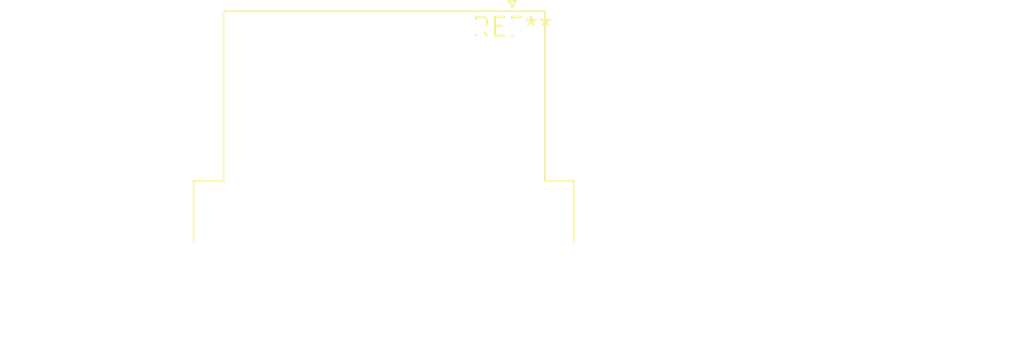
<source format=kicad_pcb>
(kicad_pcb (version 20240108) (generator pcbnew)
  (layers (0 "F.Cu" signal) (31 "B.Cu" signal) (34 "B.Paste" user) (35 "F.Paste" user) (36 "B.SilkS" user "B.Silkscreen") (37 "F.SilkS" user "F.Silkscreen") (38 "B.Mask" user) (39 "F.Mask" user) (44 "Edge.Cuts" user))
  (net 0 "")
  (footprint "DSUB-26-HD_Female_Horizontal_P2.29x2.54mm_EdgePinOffset9.40mm" (layer "F.Cu") (at 0 0)
    (property "Reference" "REF**")
    (property "Value" "DSUB-26-HD_Female_Horizontal_P2.29x2.54mm_EdgePinOffset9.40mm")
    (fp_line (start -21.385 10.32) (end -19.38 10.32) (layer "F.SilkS") (stroke (width 0.12)))
    (fp_line (start -21.385 14.42) (end -21.385 10.32) (layer "F.SilkS") (stroke (width 0.12)))
    (fp_line (start -19.38 -1.06) (end 2.205 -1.06) (layer "F.SilkS") (stroke (width 0.12)))
    (fp_line (start -19.38 10.32) (end -19.38 -1.06) (layer "F.SilkS") (stroke (width 0.12)))
    (fp_line (start -0.25 -1.754338) (end 0.25 -1.754338) (layer "F.SilkS") (stroke (width 0.12)))
    (fp_line (start 0 -1.321325) (end -0.25 -1.754338) (layer "F.SilkS") (stroke (width 0.12)))
    (fp_line (start 0.25 -1.754338) (end 0 -1.321325) (layer "F.SilkS") (stroke (width 0.12)))
    (fp_line (start 2.205 -1.06) (end 2.205 10.32) (layer "F.SilkS") (stroke (width 0.12)))
    (fp_line (start 2.205 10.32) (end 4.135 10.32) (layer "F.SilkS") (stroke (width 0.12)))
    (fp_line (start 4.135 10.32) (end 4.135 14.42) (layer "F.SilkS") (stroke (width 0.12)))
    (pad "1" thru_hole rect (at 0 0) (size 1.6 1.6) (drill 1) (layers *.Cu *.Mask) (remove_unused_layers))
    (pad "2" thru_hole circle (at -2.29 0) (size 1.6 1.6) (drill 1) (layers *.Cu *.Mask) (remove_unused_layers))
    (pad "3" thru_hole circle (at -4.58 0) (size 1.6 1.6) (drill 1) (layers *.Cu *.Mask) (remove_unused_layers))
    (pad "4" thru_hole circle (at -6.87 0) (size 1.6 1.6) (drill 1) (layers *.Cu *.Mask) (remove_unused_layers))
    (pad "5" thru_hole circle (at -9.16 0) (size 1.6 1.6) (drill 1) (layers *.Cu *.Mask) (remove_unused_layers))
    (pad "6" thru_hole circle (at -11.45 0) (size 1.6 1.6) (drill 1) (layers *.Cu *.Mask) (remove_unused_layers))
    (pad "7" thru_hole circle (at -13.74 0) (size 1.6 1.6) (drill 1) (layers *.Cu *.Mask) (remove_unused_layers))
    (pad "8" thru_hole circle (at -16.03 0) (size 1.6 1.6) (drill 1) (layers *.Cu *.Mask) (remove_unused_layers))
    (pad "9" thru_hole circle (at -18.32 0) (size 1.6 1.6) (drill 1) (layers *.Cu *.Mask) (remove_unused_layers))
    (pad "10" thru_hole circle (at 1.145 2.54) (size 1.6 1.6) (drill 1) (layers *.Cu *.Mask) (remove_unused_layers))
    (pad "11" thru_hole circle (at -1.145 2.54) (size 1.6 1.6) (drill 1) (layers *.Cu *.Mask) (remove_unused_layers))
    (pad "12" thru_hole circle (at -3.435 2.54) (size 1.6 1.6) (drill 1) (layers *.Cu *.Mask) (remove_unused_layers))
    (pad "13" thru_hole circle (at -5.725 2.54) (size 1.6 1.6) (drill 1) (layers *.Cu *.Mask) (remove_unused_layers))
    (pad "14" thru_hole circle (at -8.015 2.54) (size 1.6 1.6) (drill 1) (layers *.Cu *.Mask) (remove_unused_layers))
    (pad "15" thru_hole circle (at -10.305 2.54) (size 1.6 1.6) (drill 1) (layers *.Cu *.Mask) (remove_unused_layers))
    (pad "16" thru_hole circle (at -12.595 2.54) (size 1.6 1.6) (drill 1) (layers *.Cu *.Mask) (remove_unused_layers))
    (pad "17" thru_hole circle (at -14.885 2.54) (size 1.6 1.6) (drill 1) (layers *.Cu *.Mask) (remove_unused_layers))
    (pad "18" thru_hole circle (at -17.175 2.54) (size 1.6 1.6) (drill 1) (layers *.Cu *.Mask) (remove_unused_layers))
    (pad "19" thru_hole circle (at 0 5.08) (size 1.6 1.6) (drill 1) (layers *.Cu *.Mask) (remove_unused_layers))
    (pad "20" thru_hole circle (at -2.29 5.08) (size 1.6 1.6) (drill 1) (layers *.Cu *.Mask) (remove_unused_layers))
    (pad "21" thru_hole circle (at -4.58 5.08) (size 1.6 1.6) (drill 1) (layers *.Cu *.Mask) (remove_unused_layers))
    (pad "22" thru_hole circle (at -6.87 5.08) (size 1.6 1.6) (drill 1) (layers *.Cu *.Mask) (remove_unused_layers))
    (pad "23" thru_hole circle (at -9.16 5.08) (size 1.6 1.6) (drill 1) (layers *.Cu *.Mask) (remove_unused_layers))
    (pad "24" thru_hole circle (at -11.45 5.08) (size 1.6 1.6) (drill 1) (layers *.Cu *.Mask) (remove_unused_layers))
    (pad "25" thru_hole circle (at -13.74 5.08) (size 1.6 1.6) (drill 1) (layers *.Cu *.Mask) (remove_unused_layers))
    (pad "26" thru_hole circle (at -16.03 5.08) (size 1.6 1.6) (drill 1) (layers *.Cu *.Mask) (remove_unused_layers))
  )
)
</source>
